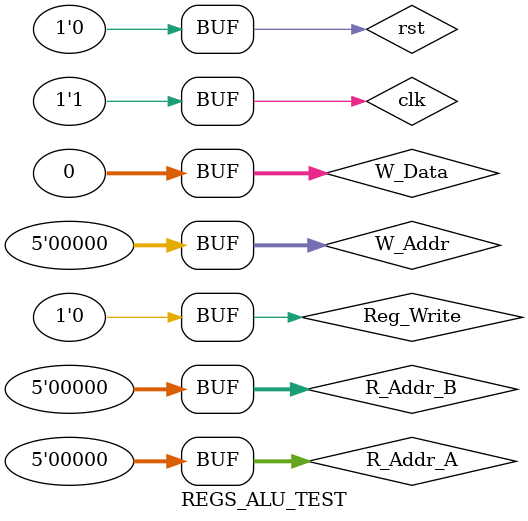
<source format=v>
`timescale 1ns / 1ps


module REGS_ALU_TEST;
    reg clk, rst;
    reg [4:0] R_Addr_A,R_Addr_B,W_Addr;
	reg Reg_Write;
    wire [31:0] R_Data_A,R_Data_B;
    reg [2:0] OP;
    wire ZF,OF;
    wire [31:0] ALU_F;
    reg [31:0] W_Data;
REGS_ALU TEST(
        .clk(clk),.rst(rst),.Reg_Write(Reg_Write),
        .R_Addr_A(R_Addr_A),.R_Addr_B(R_Addr_B),.W_Addr(W_Addr),
        .R_Data_A(R_Data_A),.R_Data_B(R_Data_B),
        .OP(OP),.ZF(ZF),.OF(OF),.ALU_F(ALU_F)
        );
initial begin
		// Initialize Inputs
		W_Data = 0;
		R_Addr_A = 10101;
		R_Addr_B = 0;
		W_Addr = 0;
		Reg_Write = 0;
		rst = 0;
		clk = 0;
		#100
		
		W_Data = 32'hAAAAAAAA;
		R_Addr_A = 0;
		R_Addr_B = 0;
		W_Addr = 10101;
		Reg_Write = 1;
		#100
		
		W_Data = 0;
		R_Addr_A = 10101;
		R_Addr_B = 0;
		W_Addr = 0;
		Reg_Write = 0;
		rst = 0;
		clk = 0;
		#100
		
		W_Data = 32'hFFFFFFFF;
		R_Addr_A = 0;
		R_Addr_B = 0;
		W_Addr = 10101;
		Reg_Write = 1;
		clk = 1;
		#100
		
		W_Data = 0;
		R_Addr_A = 10101;
		R_Addr_B = 0;
		W_Addr = 0;
		Reg_Write = 0;
		clk = 0;
		#100
		
		rst = 1;
		W_Data = 0;
		R_Addr_A = 10101;
		R_Addr_B = 0;
		W_Addr = 0;
		Reg_Write = 0;
		#100
		
		rst = 0;
		W_Data = 0;
		R_Addr_A = 01010;
		R_Addr_B = 0;
		W_Addr = 0;
		Reg_Write = 0;
		#100
		
		W_Data = 32'hAABBCCDD;
		R_Addr_A = 0;
		R_Addr_B = 0;
		W_Addr = 01010;
		Reg_Write = 1;
		clk = 1;
		#100
		
		W_Data = 0;
		R_Addr_A = 01010;
		R_Addr_B = 0;
		W_Addr = 0;
		Reg_Write = 0;
		#100;
		
		W_Data = 0;
		R_Addr_A = 0;
		R_Addr_B = 0;
		W_Addr = 0;
		Reg_Write = 0;
		#100;
        
	end
endmodule
</source>
